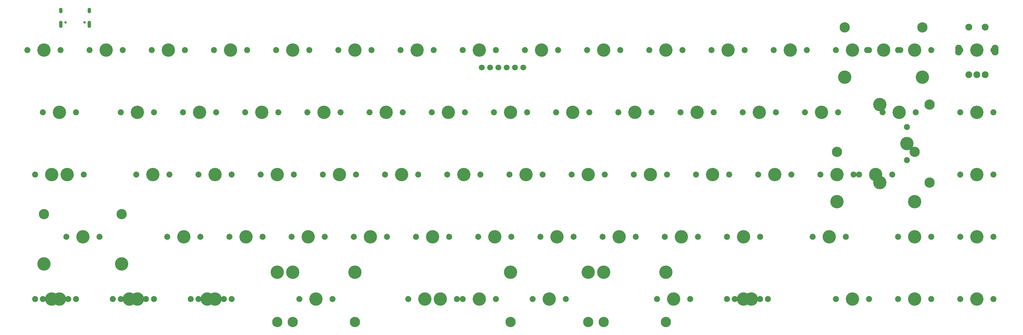
<source format=gbr>
G04 #@! TF.GenerationSoftware,KiCad,Pcbnew,(5.1.10)-1*
G04 #@! TF.CreationDate,2021-11-07T22:26:58+07:00*
G04 #@! TF.ProjectId,averange65,61766572-616e-4676-9536-352e6b696361,rev?*
G04 #@! TF.SameCoordinates,Original*
G04 #@! TF.FileFunction,Soldermask,Top*
G04 #@! TF.FilePolarity,Negative*
%FSLAX46Y46*%
G04 Gerber Fmt 4.6, Leading zero omitted, Abs format (unit mm)*
G04 Created by KiCad (PCBNEW (5.1.10)-1) date 2021-11-07 22:26:58*
%MOMM*%
%LPD*%
G01*
G04 APERTURE LIST*
%ADD10C,1.800000*%
%ADD11C,0.750000*%
%ADD12O,1.100000X2.200000*%
%ADD13O,1.100000X1.700000*%
%ADD14C,2.100000*%
%ADD15O,2.100000X3.300000*%
%ADD16C,1.850000*%
%ADD17C,4.087800*%
%ADD18C,3.148000*%
G04 APERTURE END LIST*
D10*
X132278149Y-18056223D03*
X129738149Y-18056223D03*
X139898149Y-18056223D03*
X137358149Y-18056223D03*
X134818149Y-18056223D03*
X142438149Y-18056223D03*
D11*
X8038412Y-4285055D03*
X2258412Y-4285055D03*
D12*
X828412Y-4815055D03*
X9468412Y-4815055D03*
D13*
X828412Y-635055D03*
X9468412Y-635055D03*
D14*
X278876149Y-20222223D03*
X281376149Y-20222223D03*
X283876149Y-20222223D03*
D15*
X275776149Y-12722223D03*
X286976149Y-12722223D03*
D14*
X278876149Y-5722223D03*
X283876149Y-5722223D03*
D16*
X195968845Y-69872223D03*
X185808845Y-69872223D03*
D17*
X190888845Y-69872223D03*
X150407533Y-88922291D03*
D16*
X145327533Y-88922291D03*
X155487533Y-88922291D03*
D18*
X138501283Y-95907291D03*
X162313783Y-95907291D03*
D17*
X138501283Y-80667291D03*
X162313783Y-80667291D03*
X78969973Y-88922291D03*
D16*
X73889973Y-88922291D03*
X84049973Y-88922291D03*
D18*
X67063723Y-95907291D03*
X90876223Y-95907291D03*
D17*
X67063723Y-80667291D03*
X90876223Y-80667291D03*
D16*
X117387501Y-88922291D03*
X107227501Y-88922291D03*
D17*
X112307501Y-88922291D03*
D16*
X286456149Y-12722223D03*
X276296149Y-12722223D03*
D17*
X281376149Y-12722223D03*
D16*
X706149Y-12722223D03*
X-9453851Y-12722223D03*
D17*
X-4373851Y-12722223D03*
D16*
X241212633Y-69872223D03*
X231052633Y-69872223D03*
D17*
X236132633Y-69872223D03*
X117070569Y-88922783D03*
D16*
X111990569Y-88922783D03*
X122150569Y-88922783D03*
D18*
X67070669Y-95907783D03*
X167070469Y-95907783D03*
D17*
X67070669Y-80667783D03*
X167070469Y-80667783D03*
X251690153Y-29359223D03*
X251690153Y-53235223D03*
D18*
X266930153Y-29359223D03*
X266930153Y-53235223D03*
D16*
X259945153Y-46377223D03*
X259945153Y-36217223D03*
D17*
X259945153Y-41297223D03*
D16*
X286457509Y-88922783D03*
X276297509Y-88922783D03*
D17*
X281377509Y-88922783D03*
D16*
X267407429Y-88922783D03*
X257247429Y-88922783D03*
D17*
X262327429Y-88922783D03*
D16*
X248357349Y-88922783D03*
X238197349Y-88922783D03*
D17*
X243277349Y-88922783D03*
D16*
X217400969Y-88922783D03*
X207240969Y-88922783D03*
D17*
X212320969Y-88922783D03*
D16*
X193588369Y-88922783D03*
X183428369Y-88922783D03*
D17*
X188508369Y-88922783D03*
D16*
X215019709Y-88922783D03*
X204859709Y-88922783D03*
D17*
X209939709Y-88922783D03*
X128976869Y-88922783D03*
D16*
X123896869Y-88922783D03*
X134056869Y-88922783D03*
D18*
X71826869Y-95907783D03*
X186126869Y-95907783D03*
D17*
X71826869Y-80667783D03*
X186126869Y-80667783D03*
D16*
X53094029Y-88922783D03*
X42934029Y-88922783D03*
D17*
X48014029Y-88922783D03*
D16*
X29281177Y-88922783D03*
X19121177Y-88922783D03*
D17*
X24201177Y-88922783D03*
D16*
X50712769Y-88922783D03*
X40552769Y-88922783D03*
D17*
X45632769Y-88922783D03*
D16*
X26899925Y-88922291D03*
X16739925Y-88922291D03*
D17*
X21819925Y-88922291D03*
D16*
X3087569Y-88922783D03*
X-7072431Y-88922783D03*
D17*
X-1992431Y-88922783D03*
D16*
X243593885Y-50822223D03*
X233433885Y-50822223D03*
D17*
X238513885Y-50822223D03*
D16*
X286456421Y-69872223D03*
X276296421Y-69872223D03*
D17*
X281376421Y-69872223D03*
D16*
X267406405Y-69872223D03*
X257246405Y-69872223D03*
D17*
X262326405Y-69872223D03*
D16*
X215018861Y-69872223D03*
X204858861Y-69872223D03*
D17*
X209938861Y-69872223D03*
D16*
X176918829Y-69872223D03*
X166758829Y-69872223D03*
D17*
X171838829Y-69872223D03*
D16*
X157868813Y-69872223D03*
X147708813Y-69872223D03*
D17*
X152788813Y-69872223D03*
D16*
X138818797Y-69872223D03*
X128658797Y-69872223D03*
D17*
X133738797Y-69872223D03*
D16*
X119768781Y-69872223D03*
X109608781Y-69872223D03*
D17*
X114688781Y-69872223D03*
D16*
X100718765Y-69872223D03*
X90558765Y-69872223D03*
D17*
X95638765Y-69872223D03*
D16*
X81668749Y-69872223D03*
X71508749Y-69872223D03*
D17*
X76588749Y-69872223D03*
D16*
X62618733Y-69872223D03*
X52458733Y-69872223D03*
D17*
X57538733Y-69872223D03*
D16*
X286456421Y-50822223D03*
X276296421Y-50822223D03*
D17*
X281376421Y-50822223D03*
D16*
X43568717Y-69872223D03*
X33408717Y-69872223D03*
D17*
X38488717Y-69872223D03*
X250420145Y-50822223D03*
D16*
X245340145Y-50822223D03*
X255500145Y-50822223D03*
D18*
X238513895Y-43837223D03*
X262326395Y-43837223D03*
D17*
X238513895Y-59077223D03*
X262326395Y-59077223D03*
X7532441Y-69872223D03*
D16*
X2452441Y-69872223D03*
X12612441Y-69872223D03*
D18*
X-4373809Y-62887223D03*
X19438691Y-62887223D03*
D17*
X-4373809Y-78127223D03*
X19438691Y-78127223D03*
D16*
X5468657Y-88922291D03*
X-4691343Y-88922291D03*
D17*
X388657Y-88922291D03*
D16*
X224543869Y-50822223D03*
X214383869Y-50822223D03*
D17*
X219463869Y-50822223D03*
D16*
X205493853Y-50822223D03*
X195333853Y-50822223D03*
D17*
X200413853Y-50822223D03*
D16*
X186443837Y-50822223D03*
X176283837Y-50822223D03*
D17*
X181363837Y-50822223D03*
D16*
X167393821Y-50822223D03*
X157233821Y-50822223D03*
D17*
X162313821Y-50822223D03*
D16*
X148343805Y-50822223D03*
X138183805Y-50822223D03*
D17*
X143263805Y-50822223D03*
D16*
X129293789Y-50822223D03*
X119133789Y-50822223D03*
D17*
X124213789Y-50822223D03*
D16*
X110243773Y-50822223D03*
X100083773Y-50822223D03*
D17*
X105163773Y-50822223D03*
D16*
X91193757Y-50822223D03*
X81033757Y-50822223D03*
D17*
X86113757Y-50822223D03*
D16*
X72143741Y-50822223D03*
X61983741Y-50822223D03*
D17*
X67063741Y-50822223D03*
D16*
X53093725Y-50822223D03*
X42933725Y-50822223D03*
D17*
X48013725Y-50822223D03*
D16*
X34043709Y-50822223D03*
X23883709Y-50822223D03*
D17*
X28963709Y-50822223D03*
D16*
X286456421Y-31772223D03*
X276296421Y-31772223D03*
D17*
X281376421Y-31772223D03*
D16*
X262643901Y-31772223D03*
X252483901Y-31772223D03*
D17*
X257563901Y-31772223D03*
D16*
X7849937Y-50822223D03*
X-2310063Y-50822223D03*
D17*
X2769937Y-50822223D03*
D16*
X3087433Y-50822223D03*
X-7072567Y-50822223D03*
D17*
X-1992567Y-50822223D03*
D16*
X238831381Y-31772223D03*
X228671381Y-31772223D03*
D17*
X233751381Y-31772223D03*
D16*
X219781365Y-31772223D03*
X209621365Y-31772223D03*
D17*
X214701365Y-31772223D03*
D16*
X200731349Y-31772223D03*
X190571349Y-31772223D03*
D17*
X195651349Y-31772223D03*
D16*
X181681333Y-31772223D03*
X171521333Y-31772223D03*
D17*
X176601333Y-31772223D03*
D16*
X162631317Y-31772223D03*
X152471317Y-31772223D03*
D17*
X157551317Y-31772223D03*
D16*
X143581301Y-31772223D03*
X133421301Y-31772223D03*
D17*
X138501301Y-31772223D03*
D16*
X124531285Y-31772223D03*
X114371285Y-31772223D03*
D17*
X119451285Y-31772223D03*
D16*
X105481269Y-31772223D03*
X95321269Y-31772223D03*
D17*
X100401269Y-31772223D03*
D16*
X86431253Y-31772223D03*
X76271253Y-31772223D03*
D17*
X81351253Y-31772223D03*
D16*
X67381237Y-31772223D03*
X57221237Y-31772223D03*
D17*
X62301237Y-31772223D03*
D16*
X48331221Y-31772223D03*
X38171221Y-31772223D03*
D17*
X43251221Y-31772223D03*
D16*
X29281205Y-31772223D03*
X19121205Y-31772223D03*
D17*
X24201205Y-31772223D03*
D16*
X5468685Y-31772223D03*
X-4691315Y-31772223D03*
D17*
X388685Y-31772223D03*
X252801149Y-12722223D03*
D16*
X247721149Y-12722223D03*
X257881149Y-12722223D03*
D18*
X240894899Y-5737223D03*
X264707399Y-5737223D03*
D17*
X240894899Y-20977223D03*
X264707399Y-20977223D03*
D16*
X267406149Y-12722223D03*
X257246149Y-12722223D03*
D17*
X262326149Y-12722223D03*
D16*
X248356149Y-12722223D03*
X238196149Y-12722223D03*
D17*
X243276149Y-12722223D03*
D16*
X229306149Y-12722223D03*
X219146149Y-12722223D03*
D17*
X224226149Y-12722223D03*
D16*
X210256149Y-12722223D03*
X200096149Y-12722223D03*
D17*
X205176149Y-12722223D03*
D16*
X191206149Y-12722223D03*
X181046149Y-12722223D03*
D17*
X186126149Y-12722223D03*
D16*
X172156149Y-12722223D03*
X161996149Y-12722223D03*
D17*
X167076149Y-12722223D03*
D16*
X153106149Y-12722223D03*
X142946149Y-12722223D03*
D17*
X148026149Y-12722223D03*
D16*
X134056149Y-12722223D03*
X123896149Y-12722223D03*
D17*
X128976149Y-12722223D03*
D16*
X115006149Y-12722223D03*
X104846149Y-12722223D03*
D17*
X109926149Y-12722223D03*
D16*
X95956149Y-12722223D03*
X85796149Y-12722223D03*
D17*
X90876149Y-12722223D03*
D16*
X76906149Y-12722223D03*
X66746149Y-12722223D03*
D17*
X71826149Y-12722223D03*
D16*
X57856149Y-12722223D03*
X47696149Y-12722223D03*
D17*
X52776149Y-12722223D03*
D16*
X38806149Y-12722223D03*
X28646149Y-12722223D03*
D17*
X33726149Y-12722223D03*
D16*
X19756149Y-12722223D03*
X9596149Y-12722223D03*
D17*
X14676149Y-12722223D03*
M02*

</source>
